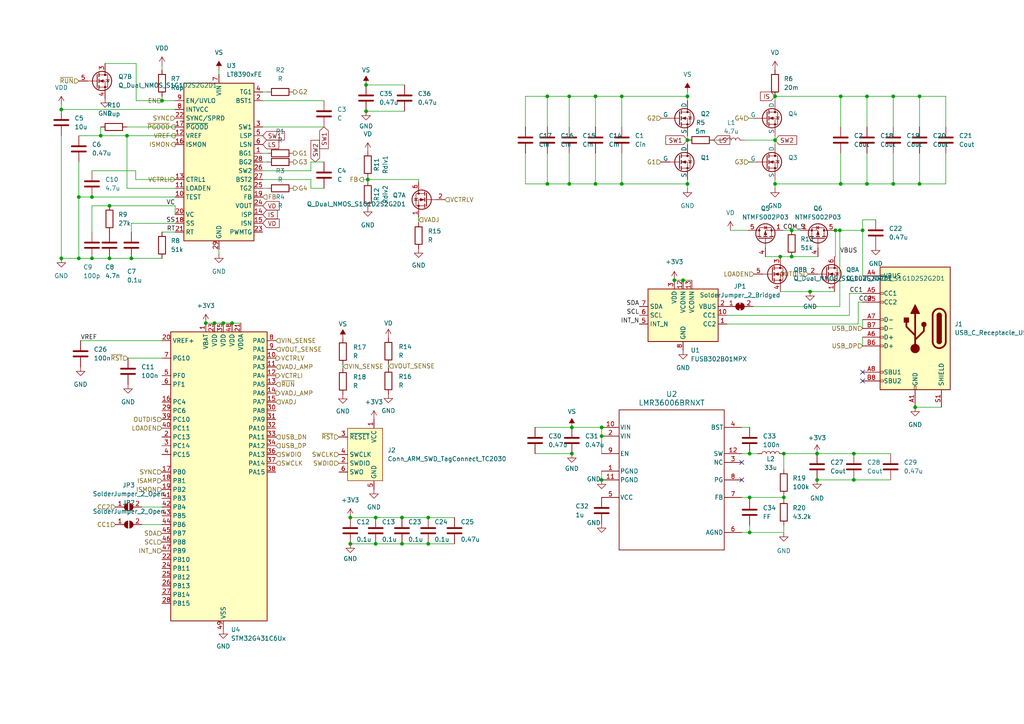
<source format=kicad_sch>
(kicad_sch (version 20230121) (generator eeschema)
  (paper "A4")
  (junction (at 124.206 150.114))
  (junction (at 158.75 53.34))
  (junction (at 165.862 131.572))
  (junction (at 36.83 39.37))
  (junction (at 243.586 66.802))
  (junction (at 227.33 131.572))
  (junction (at 31.75 59.69))
  (junction (at 31.75 74.93))
  (junction (at 251.46 27.94))
  (junction (at 251.46 53.34))
  (junction (at 242.316 66.802))
  (junction (at 17.78 74.93))
  (junction (at 227.33 144.272))
  (junction (at 59.69 93.726))
  (junction (at 116.586 157.734))
  (junction (at 243.84 27.94))
  (junction (at 158.75 27.94))
  (junction (at 250.19 66.802))
  (junction (at 247.65 139.192))
  (junction (at 26.67 57.15))
  (junction (at 124.206 157.734))
  (junction (at 108.966 157.734))
  (junction (at 259.08 27.94))
  (junction (at 224.79 53.34))
  (junction (at 266.7 27.94))
  (junction (at 265.43 118.11))
  (junction (at 165.862 123.952))
  (junction (at 217.424 154.432))
  (junction (at 229.616 74.422))
  (junction (at 224.79 40.64))
  (junction (at 106.68 52.07))
  (junction (at 198.12 81.28))
  (junction (at 26.67 74.93))
  (junction (at 236.982 131.572))
  (junction (at 174.498 139.192))
  (junction (at 195.58 81.28))
  (junction (at 172.72 27.94))
  (junction (at 64.77 93.726))
  (junction (at 38.1 74.93))
  (junction (at 29.21 39.37))
  (junction (at 101.6 150.114))
  (junction (at 229.616 66.802))
  (junction (at 199.39 53.34))
  (junction (at 165.1 27.94))
  (junction (at 46.99 29.21))
  (junction (at 226.314 74.422))
  (junction (at 174.498 123.952))
  (junction (at 236.982 139.192))
  (junction (at 259.08 53.34))
  (junction (at 180.34 27.94))
  (junction (at 247.65 131.572))
  (junction (at 67.31 93.726))
  (junction (at 180.34 53.34))
  (junction (at 106.172 24.638))
  (junction (at 199.39 40.64))
  (junction (at 17.78 31.75))
  (junction (at 62.23 93.726))
  (junction (at 199.39 27.94))
  (junction (at 243.84 53.34))
  (junction (at 106.172 32.258))
  (junction (at 224.79 27.94))
  (junction (at 165.1 53.34))
  (junction (at 266.7 53.34))
  (junction (at 172.72 53.34))
  (junction (at 234.95 84.582))
  (junction (at 108.966 150.114))
  (junction (at 101.6 157.734))
  (junction (at 22.86 74.93))
  (junction (at 217.424 131.572))
  (junction (at 217.424 144.272))
  (junction (at 174.498 126.492))
  (junction (at 116.586 150.114))
  (junction (at 22.86 57.15))
  (no_connect (at 250.19 110.49))
  (no_connect (at 250.19 107.95))
  (no_connect (at 215.138 139.192))
  (no_connect (at 215.138 134.112))
  (wire (pts (xy 215.138 131.572) (xy 217.424 131.572)))
  (wire (pts (xy 108.966 157.734) (xy 116.586 157.734)))
  (wire (pts (xy 38.1 67.31) (xy 38.1 64.77)))
  (wire (pts (xy 211.836 66.802) (xy 216.916 66.802)))
  (wire (pts (xy 198.12 81.28) (xy 200.66 81.28)))
  (wire (pts (xy 242.316 74.422) (xy 242.316 66.802)))
  (wire (pts (xy 199.39 52.07) (xy 199.39 53.34)))
  (wire (pts (xy 99.441 105.791) (xy 99.441 106.807)))
  (wire (pts (xy 251.46 44.45) (xy 251.46 53.34)))
  (wire (pts (xy 108.966 150.114) (xy 116.586 150.114)))
  (wire (pts (xy 50.8 54.61) (xy 36.83 54.61)))
  (wire (pts (xy 26.67 57.15) (xy 50.8 57.15)))
  (wire (pts (xy 50.8 59.69) (xy 50.8 62.23)))
  (wire (pts (xy 250.19 97.79) (xy 250.19 100.33)))
  (wire (pts (xy 158.75 53.34) (xy 165.1 53.34)))
  (wire (pts (xy 152.4 44.45) (xy 152.4 53.34)))
  (wire (pts (xy 199.39 26.67) (xy 199.39 27.94)))
  (wire (pts (xy 76.2 26.67) (xy 77.47 26.67)))
  (wire (pts (xy 36.83 54.61) (xy 36.83 39.37)))
  (wire (pts (xy 217.424 144.272) (xy 227.33 144.272)))
  (wire (pts (xy 67.31 93.726) (xy 69.85 93.726)))
  (wire (pts (xy 243.84 27.94) (xy 224.79 27.94)))
  (wire (pts (xy 180.34 36.83) (xy 180.34 27.94)))
  (wire (pts (xy 112.649 105.664) (xy 112.649 106.68)))
  (wire (pts (xy 227.33 143.764) (xy 227.33 144.272)))
  (wire (pts (xy 199.39 39.37) (xy 199.39 40.64)))
  (wire (pts (xy 165.1 53.34) (xy 172.72 53.34)))
  (wire (pts (xy 26.67 74.93) (xy 31.75 74.93)))
  (wire (pts (xy 251.46 27.94) (xy 243.84 27.94)))
  (wire (pts (xy 106.172 24.638) (xy 117.348 24.638)))
  (wire (pts (xy 124.206 157.734) (xy 131.826 157.734)))
  (wire (pts (xy 29.21 36.83) (xy 29.21 39.37)))
  (wire (pts (xy 76.2 29.21) (xy 93.98 29.21)))
  (wire (pts (xy 254 63.754) (xy 250.19 63.754)))
  (wire (pts (xy 174.498 136.652) (xy 174.498 139.192)))
  (wire (pts (xy 247.65 131.572) (xy 258.318 131.572)))
  (wire (pts (xy 174.498 126.492) (xy 174.498 131.572)))
  (wire (pts (xy 165.1 36.83) (xy 165.1 27.94)))
  (wire (pts (xy 199.39 53.34) (xy 199.39 54.61)))
  (wire (pts (xy 266.7 53.34) (xy 259.08 53.34)))
  (wire (pts (xy 265.43 118.11) (xy 273.05 118.11)))
  (wire (pts (xy 217.424 152.4) (xy 217.424 154.432)))
  (wire (pts (xy 215.138 144.272) (xy 217.424 144.272)))
  (wire (pts (xy 180.34 44.45) (xy 180.34 53.34)))
  (wire (pts (xy 39.497 18.415) (xy 39.497 29.21)))
  (wire (pts (xy 38.1 64.77) (xy 50.8 64.77)))
  (wire (pts (xy 248.92 87.63) (xy 250.19 87.63)))
  (wire (pts (xy 62.23 93.726) (xy 64.77 93.726)))
  (wire (pts (xy 199.39 40.64) (xy 199.39 41.91)))
  (wire (pts (xy 155.194 131.572) (xy 165.862 131.572)))
  (wire (pts (xy 165.1 44.45) (xy 165.1 53.34)))
  (wire (pts (xy 46.99 19.05) (xy 46.99 20.32)))
  (wire (pts (xy 76.2 54.61) (xy 77.47 54.61)))
  (wire (pts (xy 236.982 139.192) (xy 247.65 139.192)))
  (wire (pts (xy 243.84 44.45) (xy 243.84 53.34)))
  (wire (pts (xy 251.46 36.83) (xy 251.46 27.94)))
  (wire (pts (xy 250.19 92.71) (xy 250.19 95.25)))
  (wire (pts (xy 155.194 123.952) (xy 165.862 123.952)))
  (wire (pts (xy 30.48 18.415) (xy 39.497 18.415)))
  (wire (pts (xy 22.86 39.37) (xy 29.21 39.37)))
  (wire (pts (xy 266.7 44.45) (xy 266.7 53.34)))
  (wire (pts (xy 229.616 66.802) (xy 232.156 66.802)))
  (wire (pts (xy 17.78 31.75) (xy 50.8 31.75)))
  (wire (pts (xy 90.17 54.61) (xy 93.98 54.61)))
  (wire (pts (xy 259.08 53.34) (xy 251.46 53.34)))
  (wire (pts (xy 226.314 74.422) (xy 229.616 74.422)))
  (wire (pts (xy 217.17 46.99) (xy 218.44 46.99)))
  (wire (pts (xy 242.316 66.802) (xy 243.586 66.802)))
  (wire (pts (xy 39.497 29.21) (xy 46.99 29.21)))
  (wire (pts (xy 116.586 150.114) (xy 124.206 150.114)))
  (wire (pts (xy 224.79 39.37) (xy 224.79 40.64)))
  (wire (pts (xy 39.37 49.53) (xy 39.37 52.07)))
  (wire (pts (xy 124.206 150.114) (xy 131.826 150.114)))
  (wire (pts (xy 243.84 36.83) (xy 243.84 27.94)))
  (wire (pts (xy 259.08 36.83) (xy 259.08 27.94)))
  (wire (pts (xy 22.86 74.93) (xy 17.78 74.93)))
  (wire (pts (xy 59.69 93.726) (xy 62.23 93.726)))
  (wire (pts (xy 226.314 84.582) (xy 234.95 84.582)))
  (wire (pts (xy 180.34 27.94) (xy 199.39 27.94)))
  (wire (pts (xy 76.2 49.53) (xy 90.17 49.53)))
  (wire (pts (xy 259.08 44.45) (xy 259.08 53.34)))
  (wire (pts (xy 259.08 27.94) (xy 251.46 27.94)))
  (wire (pts (xy 39.37 52.07) (xy 50.8 52.07)))
  (wire (pts (xy 41.148 147.066) (xy 46.99 147.066)))
  (wire (pts (xy 195.58 81.28) (xy 198.12 81.28)))
  (wire (pts (xy 31.75 74.93) (xy 38.1 74.93)))
  (wire (pts (xy 215.138 154.432) (xy 217.424 154.432)))
  (wire (pts (xy 121.412 52.07) (xy 121.412 52.832)))
  (wire (pts (xy 210.82 93.98) (xy 248.92 93.98)))
  (wire (pts (xy 90.17 46.99) (xy 93.98 46.99)))
  (wire (pts (xy 172.72 27.94) (xy 180.34 27.94)))
  (wire (pts (xy 224.79 53.34) (xy 224.79 54.61)))
  (wire (pts (xy 243.586 66.802) (xy 250.19 66.802)))
  (wire (pts (xy 221.996 74.422) (xy 226.314 74.422)))
  (wire (pts (xy 46.99 27.94) (xy 46.99 29.21)))
  (wire (pts (xy 36.83 39.37) (xy 50.8 39.37)))
  (wire (pts (xy 199.39 27.94) (xy 199.39 29.21)))
  (wire (pts (xy 248.92 93.98) (xy 248.92 87.63)))
  (wire (pts (xy 207.01 40.64) (xy 208.28 40.64)))
  (wire (pts (xy 36.83 36.83) (xy 50.8 36.83)))
  (wire (pts (xy 38.1 74.93) (xy 46.99 74.93)))
  (wire (pts (xy 76.2 46.99) (xy 77.47 46.99)))
  (wire (pts (xy 217.424 154.432) (xy 227.33 154.432)))
  (wire (pts (xy 90.17 49.53) (xy 90.17 46.99)))
  (wire (pts (xy 63.5 72.39) (xy 63.5 73.66)))
  (wire (pts (xy 106.172 32.258) (xy 117.348 32.258)))
  (wire (pts (xy 46.99 67.31) (xy 50.8 67.31)))
  (wire (pts (xy 246.38 85.09) (xy 250.19 85.09)))
  (wire (pts (xy 106.68 51.562) (xy 106.68 52.07)))
  (wire (pts (xy 76.2 52.07) (xy 90.17 52.07)))
  (wire (pts (xy 26.67 59.69) (xy 31.75 59.69)))
  (wire (pts (xy 250.19 63.754) (xy 250.19 66.802)))
  (wire (pts (xy 227.33 131.572) (xy 236.982 131.572)))
  (wire (pts (xy 165.1 27.94) (xy 172.72 27.94)))
  (wire (pts (xy 152.4 53.34) (xy 158.75 53.34)))
  (wire (pts (xy 217.424 131.572) (xy 219.71 131.572)))
  (wire (pts (xy 243.586 66.802) (xy 243.586 88.9)))
  (wire (pts (xy 247.65 139.192) (xy 258.318 139.192)))
  (wire (pts (xy 217.424 144.272) (xy 217.424 144.78)))
  (wire (pts (xy 76.2 44.45) (xy 77.47 44.45)))
  (wire (pts (xy 246.38 91.44) (xy 246.38 85.09)))
  (wire (pts (xy 22.86 57.15) (xy 22.86 74.93)))
  (wire (pts (xy 218.44 88.9) (xy 243.586 88.9)))
  (wire (pts (xy 105.41 52.07) (xy 106.68 52.07)))
  (wire (pts (xy 22.86 74.93) (xy 26.67 74.93)))
  (wire (pts (xy 37.1348 103.886) (xy 46.99 103.886)))
  (wire (pts (xy 243.84 53.34) (xy 224.79 53.34)))
  (wire (pts (xy 227.33 144.272) (xy 227.33 144.78)))
  (wire (pts (xy 23.368 98.806) (xy 46.99 98.806)))
  (wire (pts (xy 174.498 123.952) (xy 174.498 126.492)))
  (wire (pts (xy 121.412 62.992) (xy 121.412 64.516)))
  (wire (pts (xy 227.076 66.802) (xy 229.616 66.802)))
  (wire (pts (xy 158.75 27.94) (xy 165.1 27.94)))
  (wire (pts (xy 274.32 27.94) (xy 266.7 27.94)))
  (wire (pts (xy 64.77 93.726) (xy 67.31 93.726)))
  (wire (pts (xy 224.79 40.64) (xy 224.79 41.91)))
  (wire (pts (xy 274.32 44.45) (xy 274.32 53.34)))
  (wire (pts (xy 236.982 131.572) (xy 247.65 131.572)))
  (wire (pts (xy 274.32 36.83) (xy 274.32 27.94)))
  (wire (pts (xy 26.67 49.53) (xy 39.37 49.53)))
  (wire (pts (xy 106.68 52.07) (xy 121.412 52.07)))
  (wire (pts (xy 227.33 131.572) (xy 227.33 136.144)))
  (wire (pts (xy 152.4 36.83) (xy 152.4 27.94)))
  (wire (pts (xy 224.79 52.07) (xy 224.79 53.34)))
  (wire (pts (xy 224.79 27.94) (xy 224.79 29.21)))
  (wire (pts (xy 152.4 27.94) (xy 158.75 27.94)))
  (wire (pts (xy 180.34 53.34) (xy 199.39 53.34)))
  (wire (pts (xy 26.67 67.31) (xy 26.67 59.69)))
  (wire (pts (xy 234.95 84.582) (xy 242.062 84.582)))
  (wire (pts (xy 227.33 152.4) (xy 227.33 154.178)))
  (wire (pts (xy 17.78 39.37) (xy 17.78 74.93)))
  (wire (pts (xy 29.21 39.37) (xy 36.83 39.37)))
  (wire (pts (xy 274.32 53.34) (xy 266.7 53.34)))
  (wire (pts (xy 22.86 46.99) (xy 22.86 57.15)))
  (wire (pts (xy 106.68 52.07) (xy 106.68 52.578)))
  (wire (pts (xy 210.82 91.44) (xy 246.38 91.44)))
  (wire (pts (xy 22.86 57.15) (xy 26.67 57.15)))
  (wire (pts (xy 90.17 52.07) (xy 90.17 54.61)))
  (wire (pts (xy 31.75 59.69) (xy 50.8 59.69)))
  (wire (pts (xy 172.72 53.34) (xy 180.34 53.34)))
  (wire (pts (xy 215.9 40.64) (xy 224.79 40.64)))
  (wire (pts (xy 158.75 36.83) (xy 158.75 27.94)))
  (wire (pts (xy 116.586 157.734) (xy 124.206 157.734)))
  (wire (pts (xy 266.7 36.83) (xy 266.7 27.94)))
  (wire (pts (xy 229.616 74.422) (xy 237.236 74.422)))
  (wire (pts (xy 63.5 20.32) (xy 63.5 21.59)))
  (wire (pts (xy 41.148 152.146) (xy 46.99 152.146)))
  (wire (pts (xy 172.72 44.45) (xy 172.72 53.34)))
  (wire (pts (xy 266.7 27.94) (xy 259.08 27.94)))
  (wire (pts (xy 251.46 53.34) (xy 243.84 53.34)))
  (wire (pts (xy 215.138 123.952) (xy 217.424 123.952)))
  (wire (pts (xy 17.78 30.48) (xy 17.78 31.75)))
  (wire (pts (xy 101.6 150.114) (xy 108.966 150.114)))
  (wire (pts (xy 46.99 29.21) (xy 50.8 29.21)))
  (wire (pts (xy 217.17 34.29) (xy 218.44 34.29)))
  (wire (pts (xy 101.6 157.734) (xy 108.966 157.734)))
  (wire (pts (xy 250.19 66.802) (xy 250.19 80.01)))
  (wire (pts (xy 172.72 36.83) (xy 172.72 27.94)))
  (wire (pts (xy 76.2 36.83) (xy 93.98 36.83)))
  (wire (pts (xy 165.862 123.952) (xy 174.498 123.952)))
  (wire (pts (xy 158.75 44.45) (xy 158.75 53.34)))
  (label "VC" (at 50.8 59.69 180))
  (label "SS" (at 50.8 64.77 180))
  (label "COM_S" (at 227.076 66.802 0))
  (label "CC2" (at 249.047 87.63 0))
  (label "SCL" (at 185.42 91.44 180))
  (label "VBUS" (at 243.586 73.66 0))
  (label "INT_N" (at 185.42 93.98 180))
  (label "RT" (at 50.8 67.31 180))
  (label "VREF" (at 23.368 98.806 0))
  (label "SDA" (at 185.42 88.9 180))
  (label "CC1" (at 246.38 85.09 0))
  (global_label "SW2" (shape input) (at 224.79 40.64 0) (property "Intersheetrefs" "${INTERSHEET_REFS}" (effects hide)))
  (global_label "SW1" (shape input) (at 199.39 40.64 180) (property "Intersheetrefs" "${INTERSHEET_REFS}" (effects hide)))
  (global_label "VD" (shape input) (at 76.2 59.69 0) (property "Intersheetrefs" "${INTERSHEET_REFS}" (effects hide)))
  (global_label "SW1" (shape input) (at 76.2 39.37 0) (property "Intersheetrefs" "${INTERSHEET_REFS}" (effects hide)))
  (global_label "IS" (shape input) (at 76.2 62.23 0) (property "Intersheetrefs" "${INTERSHEET_REFS}" (effects hide)))
  (global_label "SW2" (shape input) (at 91.44 46.99 90) (property "Intersheetrefs" "${INTERSHEET_REFS}" (effects hide)))
  (global_label "IS" (shape input) (at 224.79 27.94 180) (property "Intersheetrefs" "${INTERSHEET_REFS}" (effects hide)))
  (global_label "SW1" (shape input) (at 93.98 36.83 270) (property "Intersheetrefs" "${INTERSHEET_REFS}" (effects hide)))
  (global_label "LS" (shape input) (at 76.2 41.91 0) (property "Intersheetrefs" "${INTERSHEET_REFS}" (effects hide)))
  (global_label "LS" (shape input) (at 207.01 40.64 0) (property "Intersheetrefs" "${INTERSHEET_REFS}" (effects hide)))
  (global_label "VD" (shape input) (at 76.2 64.77 0) (property "Intersheetrefs" "${INTERSHEET_REFS}" (effects hide)))
  (hierarchical_label "USB_DN" (shape input) (at 250.19 95.25 180))
  (hierarchical_label "G4" (shape output) (at 85.09 54.61 0))
  (hierarchical_label "G2" (shape output) (at 85.09 26.67 0))
  (hierarchical_label "G4" (shape input) (at 217.17 34.29 180))
  (hierarchical_label "USB_DP" (shape input) (at 80.01 129.286 0))
  (hierarchical_label "EN" (shape input) (at 46.99 29.21 180) (property "Netclass" "Default" (effects hide)))
  (hierarchical_label "LOADEN" (shape input) (at 46.99 124.206 180))
  (hierarchical_label "VADJ" (shape input) (at 80.01 116.586 0))
  (hierarchical_label "SWCLK" (shape input) (at 98.298 131.826 180))
  (hierarchical_label "G2" (shape input) (at 191.77 34.29 180))
  (hierarchical_label "VIN_SENSE" (shape input) (at 99.568 106.299 0))
  (hierarchical_label "CC2" (shape input) (at 33.528 147.066 180))
  (hierarchical_label "VCTRLV" (shape input) (at 129.032 57.912 0))
  (hierarchical_label "ISAMP" (shape input) (at 46.99 139.446 180))
  (hierarchical_label "SWDIO" (shape input) (at 80.01 131.826 0))
  (hierarchical_label "~{RUN}" (shape input) (at 22.86 23.495 180))
  (hierarchical_label "~{RUN}" (shape input) (at 80.01 111.506 0))
  (hierarchical_label "VOUT_SENSE" (shape input) (at 80.01 101.346 0))
  (hierarchical_label "G3" (shape output) (at 85.09 46.99 0))
  (hierarchical_label "OUTDIS" (shape input) (at 234.442 79.502 180))
  (hierarchical_label "SCL" (shape input) (at 46.99 157.226 180))
  (hierarchical_label "~{RST}" (shape input) (at 37.1348 103.886 180))
  (hierarchical_label "ISMON" (shape input) (at 46.99 141.986 180))
  (hierarchical_label "VREF" (shape output) (at 50.8 39.37 180))
  (hierarchical_label "G1" (shape input) (at 191.77 46.99 180))
  (hierarchical_label "VCTRLI" (shape input) (at 50.8 52.07 180))
  (hierarchical_label "~{PGOOD}" (shape output) (at 50.8 36.83 180))
  (hierarchical_label "~{RST}" (shape input) (at 98.298 126.746 180))
  (hierarchical_label "CC1" (shape input) (at 33.528 152.146 180))
  (hierarchical_label "VOUT_SENSE" (shape input) (at 112.776 106.172 0))
  (hierarchical_label "USB_DP" (shape input) (at 250.19 100.33 180))
  (hierarchical_label "G3" (shape input) (at 217.17 46.99 180))
  (hierarchical_label "LOADEN" (shape input) (at 218.694 79.502 180))
  (hierarchical_label "VADJ" (shape input) (at 121.412 63.754 0))
  (hierarchical_label "FB" (shape input) (at 76.2 57.15 0))
  (hierarchical_label "VCTRLI" (shape output) (at 80.01 108.966 0))
  (hierarchical_label "G1" (shape output) (at 85.09 44.45 0))
  (hierarchical_label "SYNC" (shape input) (at 46.99 136.906 180))
  (hierarchical_label "VCTRLV" (shape output) (at 80.01 103.886 0))
  (hierarchical_label "SYNC" (shape input) (at 50.8 34.29 180))
  (hierarchical_label "VADJ_AMP" (shape input) (at 80.01 106.426 0))
  (hierarchical_label "FB" (shape output) (at 105.41 52.07 180))
  (hierarchical_label "SDA" (shape input) (at 46.99 154.686 180))
  (hierarchical_label "VADJ_AMP" (shape output) (at 80.01 114.046 0))
  (hierarchical_label "ISMON" (shape output) (at 50.8 41.91 180))
  (hierarchical_label "SWDIO" (shape input) (at 98.298 134.366 180))
  (hierarchical_label "USB_DN" (shape input) (at 80.01 126.746 0))
  (hierarchical_label "OUTDIS" (shape input) (at 46.99 121.666 180))
  (hierarchical_label "SWCLK" (shape input) (at 80.01 134.366 0))
  (hierarchical_label "INT_N" (shape input) (at 46.99 159.766 180))
  (hierarchical_label "VIN_SENSE" (shape input) (at 80.01 98.806 0))
  (symbol (lib_id "power:GND") (at 106.172 32.258 0) (unit 1)
    (property "Reference" "#PWR039" (effects hide))
    (property "Value" "GND" (at 106.172 36.576 0))
  )
  (symbol (lib_id "Device:C") (at 124.206 153.924 0) (unit 1)
    (property "Reference" "C24" (at 125.984 151.384 0) (effects (justify left)))
    (property "Value" "0.1u" (at 125.984 156.464 0) (effects (justify left)))
    (property "Footprint" "Capacitor_SMD:C_0603_1608Metric" (effects hide))
  )
  (symbol (lib_id "Device:C") (at 165.862 127.762 180) (unit 1)
    (property "Reference" "C31" (at 169.672 126.492 0) (effects (justify right)))
    (property "Value" "0.47u" (at 169.672 129.032 0) (effects (justify right)))
    (property "Footprint" "Capacitor_SMD:C_0805_2012Metric" (effects hide))
  )
  (symbol (lib_id "2024-04-12_02-42-06:LMR36006BRNXT") (at 194.818 139.192 0) (unit 1)
    (property "Reference" "U2" (at 194.818 114.3 0) (effects (font (size 1.524 1.524))))
    (property "Value" "LMR36006BRNXT" (at 194.818 116.84 0) (effects (font (size 1.524 1.524))))
    (property "Footprint" "Library:RNX0012B" (effects hide))
    (property "Datasheet" "LMR36006BRNXT" (effects hide))
  )
  (symbol (lib_id "power:+3V3") (at 101.6 150.114 0) (unit 1)
    (property "Reference" "#PWR028" (effects hide))
    (property "Value" "+3V3" (at 101.6 145.034 0))
  )
  (symbol (lib_id "Device:C") (at 247.65 135.382 0) (unit 1)
    (property "Reference" "C28" (at 251.46 134.112 0) (effects (justify left)))
    (property "Value" "Cout" (at 251.46 136.652 0) (effects (justify left)))
    (property "Footprint" "Capacitor_SMD:C_1206_3216Metric" (effects hide))
  )
  (symbol (lib_id "Device:C") (at 31.75 71.12 0) (unit 1)
    (property "Reference" "C8" (at 30.48 77.47 0) (effects (justify left)))
    (property "Value" "4.7n" (at 30.48 80.01 0) (effects (justify left)))
    (property "Footprint" "Capacitor_SMD:C_0603_1608Metric" (effects hide))
  )
  (symbol (lib_id "power:VD") (at 224.79 20.32 0) (unit 1)
    (property "Reference" "#PWR04" (effects hide))
    (property "Value" "VD" (at 224.79 15.24 0))
  )
  (symbol (lib_id "Device:R") (at 81.28 54.61 90) (unit 1)
    (property "Reference" "R4" (at 81.28 57.15 90))
    (property "Value" "R" (at 81.28 59.69 90))
    (property "Footprint" "Resistor_SMD:R_0603_1608Metric" (effects hide))
  )
  (symbol (lib_id "Device:L") (at 212.09 40.64 90) (unit 1)
    (property "Reference" "L1" (at 212.09 35.56 90))
    (property "Value" "4.7u" (at 212.09 38.1 90))
    (property "Footprint" "Inductor_SMD:L_Vishay_IHLP-6767" (effects hide))
    (property "Datasheet" "https://www.vishay.com/docs/34282/ihlp-6767gz-11.pdf" (effects hide))
  )
  (symbol (lib_id "Device:C") (at 254 67.564 180) (unit 1)
    (property "Reference" "C22" (at 257.81 66.294 0) (effects (justify right)))
    (property "Value" "0.47u" (at 257.81 68.834 0) (effects (justify right)))
    (property "Footprint" "Capacitor_SMD:C_0805_2012Metric" (effects hide))
  )
  (symbol (lib_id "Device:C") (at 116.586 153.924 0) (unit 1)
    (property "Reference" "C23" (at 118.364 151.384 0) (effects (justify left)))
    (property "Value" "0.1u" (at 118.364 156.464 0) (effects (justify left)))
    (property "Footprint" "Capacitor_SMD:C_0603_1608Metric" (effects hide))
  )
  (symbol (lib_id "power:GND") (at 106.68 60.198 0) (unit 1)
    (property "Reference" "#PWR010" (effects hide))
    (property "Value" "GND" (at 106.68 65.278 0))
  )
  (symbol (lib_id "power:VD") (at 106.68 43.942 0) (unit 1)
    (property "Reference" "#PWR011" (effects hide))
    (property "Value" "VD" (at 106.68 38.862 0))
  )
  (symbol (lib_id "Device:C") (at 26.67 71.12 0) (unit 1)
    (property "Reference" "C9" (at 24.13 77.47 0) (effects (justify left)))
    (property "Value" "100p" (at 24.13 80.01 0) (effects (justify left)))
    (property "Footprint" "Capacitor_SMD:C_0603_1608Metric" (effects hide))
  )
  (symbol (lib_id "power:GND") (at 174.498 151.892 0) (unit 1)
    (property "Reference" "#PWR037" (effects hide))
    (property "Value" "GND" (at 172.212 151.638 0))
  )
  (symbol (lib_id "Device:C") (at 131.826 153.924 0) (unit 1)
    (property "Reference" "C25" (at 133.604 151.384 0) (effects (justify left)))
    (property "Value" "0.47u" (at 133.604 156.464 0) (effects (justify left)))
    (property "Footprint" "Capacitor_SMD:C_0603_1608Metric" (effects hide))
  )
  (symbol (lib_id "Device:C") (at 180.34 40.64 0) (unit 1)
    (property "Reference" "C1" (at 184.15 39.37 0) (effects (justify left)))
    (property "Value" "Cin" (at 184.15 41.91 0) (effects (justify left)))
    (property "Footprint" "Capacitor_SMD:CP_Elec_10x7.9" (effects hide))
  )
  (symbol (lib_id "Device:C") (at 106.172 28.448 180) (unit 1)
    (property "Reference" "C35" (at 109.982 27.178 0) (effects (justify right)))
    (property "Value" "0.47u" (at 109.982 29.718 0) (effects (justify right)))
    (property "Footprint" "Capacitor_SMD:C_0805_2012Metric" (effects hide))
  )
  (symbol (lib_id "power:+3V3") (at 236.982 131.572 0) (unit 1)
    (property "Reference" "#PWR036" (effects hide))
    (property "Value" "+3V3" (at 236.982 127 0))
  )
  (symbol (lib_id "power:VD") (at 112.649 98.044 0) (unit 1)
    (property "Reference" "#PWR020" (effects hide))
    (property "Value" "VD" (at 112.649 93.726 0))
  )
  (symbol (lib_id "power:GND") (at 23.368 106.426 0) (unit 1)
    (property "Reference" "#PWR030" (effects hide))
    (property "Value" "GND" (at 23.368 111.506 0))
  )
  (symbol (lib_id "power:GND") (at 174.498 139.192 0) (unit 1)
    (property "Reference" "#PWR033" (effects hide))
    (property "Value" "GND" (at 172.212 138.938 0))
  )
  (symbol (lib_id "Transistor_FET:AON6411") (at 221.996 69.342 90) (unit 1)
    (property "Reference" "Q5" (at 221.996 60.452 90))
    (property "Value" "NTMFS002P03" (at 221.996 62.992 90))
    (property "Footprint" "Package_DFN_QFN:AO_DFN-8-1EP_5.55x5.2mm_P1.27mm_EP4.12x4.6mm" (effects hide))
    (property "Datasheet" "http://www.aosmd.com/res/data_sheets/AON6411.pdf" (effects hide))
    (property "Sim.Device" "PMOS" (effects hide))
    (property "Sim.Type" "VDMOS" (effects hide))
    (property "Sim.Pins" "1=D 2=G 3=S" (effects hide))
  )
  (symbol (lib_id "Device:C") (at 236.982 135.382 0) (unit 1)
    (property "Reference" "C27" (at 240.792 134.112 0) (effects (justify left)))
    (property "Value" "Cout" (at 240.792 136.652 0) (effects (justify left)))
    (property "Footprint" "Capacitor_SMD:C_1206_3216Metric" (effects hide))
  )
  (symbol (lib_id "power:GND") (at 227.33 154.432 0) (unit 1)
    (property "Reference" "#PWR031" (effects hide))
    (property "Value" "GND" (at 227.33 159.766 0))
  )
  (symbol (lib_id "Simulation_SPICE:NMOS") (at 196.85 34.29 0) (unit 1)
    (property "Reference" "Q2" (at 203.2 33.02 0) (effects (justify left)))
    (property "Value" "NMOS" (effects hide))
    (property "Footprint" "Library:ECP2302" (effects hide))
    (property "Datasheet" "https://ngspice.sourceforge.io/docs/ngspice-manual.pdf" (effects hide))
    (property "Sim.Device" "NMOS" (effects hide))
    (property "Sim.Type" "VDMOS" (effects hide))
    (property "Sim.Pins" "1=D 2=G 3=S" (effects hide))
  )
  (symbol (lib_id "Device:R") (at 99.441 101.981 0) (unit 1)
    (property "Reference" "R17" (at 102.362 100.711 0) (effects (justify left)))
    (property "Value" "R" (at 102.362 103.251 0) (effects (justify left)))
    (property "Footprint" "Resistor_SMD:R_0603_1608Metric" (effects hide))
  )
  (symbol (lib_id "Device:C") (at 274.32 40.64 0) (unit 1)
    (property "Reference" "C21" (at 278.13 39.37 0) (effects (justify left)))
    (property "Value" "Cout" (at 278.13 41.91 0) (effects (justify left)))
    (property "Footprint" "Capacitor_SMD:C_1206_3216Metric" (effects hide))
  )
  (symbol (lib_id "Device:C") (at 22.86 43.18 0) (unit 1)
    (property "Reference" "C6" (at 26.67 41.91 0) (effects (justify left)))
    (property "Value" "0.47u" (at 26.67 44.45 0) (effects (justify left)))
    (property "Footprint" "Capacitor_SMD:C_0603_1608Metric" (effects hide))
  )
  (symbol (lib_id "Device:R") (at 99.441 110.617 0) (unit 1)
    (property "Reference" "R18" (at 102.362 109.347 0) (effects (justify left)))
    (property "Value" "R" (at 102.362 111.887 0) (effects (justify left)))
    (property "Footprint" "Resistor_SMD:R_0603_1608Metric" (effects hide))
  )
  (symbol (lib_id "power:GND") (at 121.412 72.136 0) (unit 1)
    (property "Reference" "#PWR018" (effects hide))
    (property "Value" "GND" (at 121.412 76.962 0))
  )
  (symbol (lib_id "power:GND") (at 63.5 73.66 0) (unit 1)
    (property "Reference" "#PWR05" (effects hide))
    (property "Value" "GND" (at 63.5 78.74 0))
  )
  (symbol (lib_id "power:VS") (at 99.441 98.171 0) (unit 1)
    (property "Reference" "#PWR022" (effects hide))
    (property "Value" "VS" (at 99.441 93.98 0))
  )
  (symbol (lib_id "Device:R") (at 229.616 70.612 0) (unit 1)
    (property "Reference" "R13" (at 232.156 69.342 0) (effects (justify left)))
    (property "Value" "51k" (at 232.156 71.882 0) (effects (justify left)))
    (property "Footprint" "Resistor_SMD:R_0603_1608Metric" (effects hide))
  )
  (symbol (lib_id "power:VDD") (at 46.99 19.05 0) (unit 1)
    (property "Reference" "#PWR07" (effects hide))
    (property "Value" "VDD" (at 46.99 13.97 0))
  )
  (symbol (lib_id "Device:R") (at 106.68 47.752 180) (unit 1)
    (property "Reference" "R11" (at 109.22 47.752 90))
    (property "Value" "Rdiv1" (at 111.76 47.752 90))
    (property "Footprint" "Resistor_SMD:R_0603_1608Metric" (effects hide))
  )
  (symbol (lib_id "Driver_LED:LT8391xFE") (at 63.5 46.99 0) (unit 1)
    (property "Reference" "U3" (at 65.6941 19.05 0) (effects (justify left)))
    (property "Value" "LT8390xFE" (at 65.6941 21.59 0) (effects (justify left)))
    (property "Footprint" "Package_SO:TSSOP-28-1EP_4.4x9.7mm_P0.65mm" (effects hide))
    (property "Datasheet" "https://www.analog.com/media/en/technical-documentation/data-sheets/lt8390.pdf" (effects hide))
  )
  (symbol (lib_id "power:+3V3") (at 195.58 81.28 0) (unit 1)
    (property "Reference" "#PWR040" (effects hide))
    (property "Value" "+3V3" (at 195.58 75.946 0))
  )
  (symbol (lib_id "power:GND") (at 254 71.374 0) (unit 1)
    (property "Reference" "#PWR016" (effects hide))
    (property "Value" "GND" (at 254 76.454 0))
  )
  (symbol (lib_id "Device:C") (at 108.966 153.924 0) (unit 1)
    (property "Reference" "C13" (at 110.744 151.384 0) (effects (justify left)))
    (property "Value" "0.1u" (at 110.744 156.464 0) (effects (justify left)))
    (property "Footprint" "Capacitor_SMD:C_0603_1608Metric" (effects hide))
  )
  (symbol (lib_id "Device:R") (at 203.2 40.64 90) (unit 1)
    (property "Reference" "R5" (at 203.2 35.56 90))
    (property "Value" "5m" (at 203.2 38.1 90))
    (property "Footprint" "Resistor_SMD:R_1206_3216Metric" (effects hide))
    (property "Datasheet" "https://www.ohmite.com/assets/docs/res_lvt.pdf?r=false" (effects hide))
  )
  (symbol (lib_id "Device:C") (at 172.72 40.64 0) (unit 1)
    (property "Reference" "C14" (at 176.53 39.37 0) (effects (justify left)))
    (property "Value" "Cin" (at 176.53 41.91 0) (effects (justify left)))
    (property "Footprint" "Capacitor_SMD:C_1206_3216Metric" (effects hide))
  )
  (symbol (lib_id "MCU_ST_STM32G4:STM32G431C6Ux") (at 62.23 139.446 0) (unit 1)
    (property "Reference" "U4" (at 66.9641 182.626 0) (effects (justify left)))
    (property "Value" "STM32G431C6Ux" (at 66.9641 185.166 0) (effects (justify left)))
    (property "Footprint" "Package_DFN_QFN:QFN-48-1EP_7x7mm_P0.5mm_EP5.6x5.6mm" (effects hide))
    (property "Datasheet" "https://www.st.com/resource/en/datasheet/stm32g431c6.pdf" (effects hide))
  )
  (symbol (lib_id "Device:C") (at 251.46 40.64 0) (unit 1)
    (property "Reference" "C18" (at 255.27 39.37 0) (effects (justify left)))
    (property "Value" "Cout" (at 255.27 41.91 0) (effects (justify left)))
    (property "Footprint" "Capacitor_SMD:C_1206_3216Metric" (effects hide))
  )
  (symbol (lib_id "Device:C") (at 23.368 102.616 0) (unit 1)
    (property "Reference" "C26" (at 27.178 101.346 0) (effects (justify left)))
    (property "Value" "100n" (at 27.178 103.886 0) (effects (justify left)))
    (property "Footprint" "Capacitor_SMD:C_0603_1608Metric" (effects hide))
  )
  (symbol (lib_id "Device:C") (at 38.1 71.12 0) (unit 1)
    (property "Reference" "C7" (at 36.83 78.74 0) (effects (justify left)))
    (property "Value" "0.1u" (at 36.83 81.28 0) (effects (justify left)))
    (property "Footprint" "Capacitor_SMD:C_0603_1608Metric" (effects hide))
  )
  (symbol (lib_id "Device:C") (at 117.348 28.448 180) (unit 1)
    (property "Reference" "C36" (at 121.158 27.178 0) (effects (justify right)))
    (property "Value" "0.47u" (at 121.158 29.718 0) (effects (justify right)))
    (property "Footprint" "Capacitor_SMD:C_0805_2012Metric" (effects hide))
  )
  (symbol (lib_id "Device:C") (at 243.84 40.64 0) (unit 1)
    (property "Reference" "C2" (at 247.65 39.37 0) (effects (justify left)))
    (property "Value" "Cout" (at 247.65 41.91 0) (effects (justify left)))
    (property "Footprint" "Capacitor_SMD:CP_Elec_10x7.9" (effects hide))
  )
  (symbol (lib_id "power:GND") (at 101.6 157.734 0) (unit 1)
    (property "Reference" "#PWR029" (effects hide))
    (property "Value" "GND" (at 101.6 162.052 0))
  )
  (symbol (lib_id "Device:R") (at 81.28 26.67 90) (unit 1)
    (property "Reference" "R2" (at 81.28 20.32 90))
    (property "Value" "R" (at 81.28 22.86 90))
    (property "Footprint" "Resistor_SMD:R_0603_1608Metric" (effects hide))
  )
  (symbol (lib_id "Simulation_SPICE:NMOS") (at 222.25 46.99 0) (unit 1)
    (property "Reference" "Q3" (at 228.6 45.72 0) (effects (justify left)))
    (property "Value" "NMOS" (effects hide))
    (property "Footprint" "Library:ECP2302" (effects hide))
    (property "Datasheet" "https://ngspice.sourceforge.io/docs/ngspice-manual.pdf" (effects hide))
    (property "Sim.Device" "NMOS" (effects hide))
    (property "Sim.Type" "VDMOS" (effects hide))
    (property "Sim.Pins" "1=D 2=G 3=S" (effects hide))
  )
  (symbol (lib_id "Device:C") (at 155.194 127.762 180) (unit 1)
    (property "Reference" "C30" (at 159.004 126.492 0) (effects (justify right)))
    (property "Value" "0.47u" (at 159.004 129.032 0) (effects (justify right)))
    (property "Footprint" "Capacitor_SMD:C_0805_2012Metric" (effects hide))
  )
  (symbol (lib_id "Jumper:SolderJumper_2_Bridged") (at 214.63 88.9 0) (unit 1)
    (property "Reference" "JP1" (at 214.63 83.058 0))
    (property "Value" "SolderJumper_2_Bridged" (at 214.63 85.598 0))
    (property "Footprint" "Jumper:SolderJumper-2_P1.3mm_Bridged2Bar_RoundedPad1.0x1.5mm" (effects hide))
  )
  (symbol (lib_id "power:GND") (at 112.649 114.3 0) (unit 1)
    (property "Reference" "#PWR021" (effects hide))
    (property "Value" "GND" (at 112.649 119.126 0))
  )
  (symbol (lib_id "Device:C") (at 158.75 40.64 0) (unit 1)
    (property "Reference" "C16" (at 162.56 39.37 0) (effects (justify left)))
    (property "Value" "Cin" (at 162.56 41.91 0) (effects (justify left)))
    (property "Footprint" "Capacitor_SMD:C_1206_3216Metric" (effects hide))
  )
  (symbol (lib_id "Transistor_FET:AON6411") (at 237.236 69.342 270) (mirror x) (unit 1)
    (property "Reference" "Q6" (at 237.236 60.452 90))
    (property "Value" "NTMFS002P03" (at 237.236 62.992 90))
    (property "Footprint" "Package_DFN_QFN:AO_DFN-8-1EP_5.55x5.2mm_P1.27mm_EP4.12x4.6mm" (effects hide))
    (property "Datasheet" "http://www.aosmd.com/res/data_sheets/AON6411.pdf" (effects hide))
    (property "Sim.Device" "PMOS" (effects hide))
    (property "Sim.Type" "VDMOS" (effects hide))
    (property "Sim.Pins" "1=D 2=G 3=S" (effects hide))
  )
  (symbol (lib_id "power:GND") (at 199.39 54.61 0) (unit 1)
    (property "Reference" "#PWR01" (effects hide))
    (property "Value" "GND" (at 199.39 59.69 0))
  )
  (symbol (lib_id "Device:C") (at 93.98 50.8 0) (unit 1)
    (property "Reference" "C4" (at 97.79 49.53 0) (effects (justify left)))
    (property "Value" "C" (at 97.79 52.07 0) (effects (justify left)))
    (property "Footprint" "Capacitor_SMD:C_0805_2012Metric" (effects hide))
  )
  (symbol (lib_id "Connector:Conn_ARM_SWD_TagConnect_TC2030") (at 105.918 131.826 0) (mirror y) (unit 1) (in_bom no)
    (property "Reference" "J2" (at 112.395 130.556 0) (effects (justify right)))
    (property "Value" "Conn_ARM_SWD_TagConnect_TC2030" (at 112.395 133.096 0) (effects (justify right)))
    (property "Footprint" "Connector:Tag-Connect_TC2030-IDC-FP_2x03_P1.27mm_Vertical" (effects hide))
    (property "Datasheet" "https://www.tag-connect.com/wp-content/uploads/bsk-pdf-manager/TC2030-CTX_1.pdf" (effects hide))
  )
  (symbol (lib_id "Device:R") (at 227.33 139.954 0) (unit 1)
    (property "Reference" "R19" (at 229.87 138.684 0) (effects (justify left)))
    (property "Value" "100k" (at 229.87 141.224 0) (effects (justify left)))
    (property "Footprint" "Resistor_SMD:R_0603_1608Metric" (effects hide))
  )
  (symbol (lib_id "power:GND") (at 198.12 101.6 0) (unit 1)
    (property "Reference" "#PWR014" (effects hide))
    (property "Value" "GND" (at 198.12 106.68 0))
  )
  (symbol (lib_id "Simulation_SPICE:NMOS") (at 222.25 34.29 0) (unit 1)
    (property "Reference" "Q4" (at 228.6 33.02 0) (effects (justify left)))
    (property "Value" "NMOS" (effects hide))
    (property "Footprint" "Library:ECP2302" (effects hide))
    (property "Datasheet" "https://ngspice.sourceforge.io/docs/ngspice-manual.pdf" (effects hide))
    (property "Sim.Device" "NMOS" (effects hide))
    (property "Sim.Type" "VDMOS" (effects hide))
    (property "Sim.Pins" "1=D 2=G 3=S" (effects hide))
  )
  (symbol (lib_id "Device:C") (at 258.318 135.382 180) (unit 1)
    (property "Reference" "C29" (at 262.128 134.112 0) (effects (justify right)))
    (property "Value" "0.47u" (at 262.128 136.652 0) (effects (justify right)))
    (property "Footprint" "Capacitor_SMD:C_0805_2012Metric" (effects hide))
  )
  (symbol (lib_id "Device:C") (at 26.67 53.34 0) (unit 1)
    (property "Reference" "C10" (at 30.48 52.07 0) (effects (justify left)))
    (property "Value" "4.7u" (at 30.48 54.61 0) (effects (justify left)))
    (property "Footprint" "Capacitor_SMD:C_0603_1608Metric" (effects hide))
  )
  (symbol (lib_id "power:VS") (at 63.5 20.32 0) (unit 1)
    (property "Reference" "#PWR06" (effects hide))
    (property "Value" "VS" (at 63.5 15.24 0))
  )
  (symbol (lib_id "power:GND") (at 165.862 131.572 0) (unit 1)
    (property "Reference" "#PWR034" (effects hide))
    (property "Value" "GND" (at 165.862 135.89 0))
  )
  (symbol (lib_id "power:GND") (at 236.982 139.192 0) (unit 1)
    (property "Reference" "#PWR032" (effects hide))
    (property "Value" "GND" (at 236.982 144.526 0))
  )
  (symbol (lib_id "power:GND") (at 224.79 54.61 0) (unit 1)
    (property "Reference" "#PWR02" (effects hide))
    (property "Value" "GND" (at 224.79 59.69 0))
  )
  (symbol (lib_id "Simulation_SPICE:NMOS") (at 196.85 46.99 0) (unit 1)
    (property "Reference" "Q1" (at 203.2 45.72 0) (effects (justify left)))
    (property "Value" "NMOS" (effects hide))
    (property "Footprint" "Library:ECP2302" (effects hide))
    (property "Datasheet" "https://ngspice.sourceforge.io/docs/ngspice-manual.pdf" (effects hide))
    (property "Sim.Device" "NMOS" (effects hide))
    (property "Sim.Type" "VDMOS" (effects hide))
    (property "Sim.Pins" "1=D 2=G 3=S" (effects hide))
  )
  (symbol (lib_id "Device:C") (at 37.1348 107.696 0) (unit 1)
    (property "Reference" "C11" (at 40.9448 106.426 0) (effects (justify left)))
    (property "Value" "100n" (at 40.9448 108.966 0) (effects (justify left)))
    (property "Footprint" "Capacitor_SMD:C_0603_1608Metric" (effects hide))
  )
  (symbol (lib_id "Interface_USB:FUSB302B01MPX") (at 198.12 91.44 0) (unit 1)
    (property "Reference" "U1" (at 200.3141 101.6 0) (effects (justify left)))
    (property "Value" "FUSB302B01MPX" (at 200.3141 104.14 0) (effects (justify left)))
    (property "Footprint" "Package_DFN_QFN:WQFN-14-1EP_2.5x2.5mm_P0.5mm_EP1.45x1.45mm" (effects hide))
    (property "Datasheet" "http://www.onsemi.com/pub/Collateral/FUSB302B-D.PDF" (effects hide))
  )
  (symbol (lib_id "Jumper:SolderJumper_2_Open") (at 37.338 152.146 0) (unit 1)
    (property "Reference" "JP2" (at 37.338 145.796 0))
    (property "Value" "SolderJumper_2_Open" (at 37.338 148.336 0))
    (property "Footprint" "Jumper:SolderJumper-2_P1.3mm_Open_RoundedPad1.0x1.5mm" (effects hide))
  )
  (symbol (lib_id "Device:C") (at 217.424 127.762 0) (unit 1)
    (property "Reference" "C33" (at 221.234 126.492 0) (effects (justify left)))
    (property "Value" "100n" (at 221.234 129.032 0) (effects (justify left)))
    (property "Footprint" "Capacitor_SMD:C_0603_1608Metric" (effects hide))
  )
  (symbol (lib_id "Device:C") (at 174.498 148.082 0) (unit 1)
    (property "Reference" "C32" (at 166.878 146.812 0) (effects (justify left)))
    (property "Value" "1u" (at 166.878 149.352 0) (effects (justify left)))
    (property "Footprint" "Capacitor_SMD:C_0603_1608Metric" (effects hide))
  )
  (symbol (lib_id "power:GND") (at 64.77 182.626 0) (unit 1)
    (property "Reference" "#PWR015" (effects hide))
    (property "Value" "GND" (at 64.77 187.452 0))
  )
  (symbol (lib_id "power:GND") (at 108.458 141.986 0) (unit 1)
    (property "Reference" "#PWR025" (effects hide))
    (property "Value" "GND" (at 108.458 147.066 0))
  )
  (symbol (lib_id "Device:R") (at 106.68 56.388 180) (unit 1)
    (property "Reference" "R12" (at 109.22 56.388 90))
    (property "Value" "Rdiv2" (at 111.76 56.388 90))
    (property "Footprint" "Resistor_SMD:R_0603_1608Metric" (effects hide))
  )
  (symbol (lib_id "Device:R") (at 46.99 24.13 0) (unit 1)
    (property "Reference" "R7" (at 49.53 22.86 0) (effects (justify left)))
    (property "Value" "Rup" (at 49.53 25.4 0) (effects (justify left)))
    (property "Footprint" "Resistor_SMD:R_0603_1608Metric" (effects hide))
  )
  (symbol (lib_id "power:GND") (at 37.1348 111.506 0) (unit 1)
    (property "Reference" "#PWR024" (effects hide))
    (property "Value" "GND" (at 37.1348 116.586 0))
  )
  (symbol (lib_id "Device:C") (at 101.6 153.924 0) (unit 1)
    (property "Reference" "C12" (at 103.378 151.384 0) (effects (justify left)))
    (property "Value" "0.1u" (at 103.378 156.464 0) (effects (justify left)))
    (property "Footprint" "Capacitor_SMD:C_0603_1608Metric" (effects hide))
  )
  (symbol (lib_id "Device:C") (at 266.7 40.64 0) (unit 1)
    (property "Reference" "C20" (at 270.51 39.37 0) (effects (justify left)))
    (property "Value" "Cout" (at 270.51 41.91 0) (effects (justify left)))
    (property "Footprint" "Capacitor_SMD:C_1206_3216Metric" (effects hide))
  )
  (symbol (lib_id "Device:L") (at 223.52 131.572 90) (unit 1)
    (property "Reference" "L2" (at 223.52 133.096 90))
    (property "Value" "33u" (at 223.52 135.636 90))
    (property "Footprint" "Inductor_SMD:L_Wuerth_MAPI-3015" (effects hide))
    (property "Datasheet" "https://www.we-online.com/components/products/datasheet/74438335330.pdf" (effects hide))
  )
  (symbol (lib_id "power:+3V3") (at 108.458 121.666 0) (unit 1)
    (property "Reference" "#PWR027" (effects hide))
    (property "Value" "+3V3" (at 108.458 116.586 0))
  )
  (symbol (lib_id "Device:C") (at 217.424 148.59 0) (unit 1)
    (property "Reference" "C34" (at 221.234 147.32 0) (effects (justify left)))
    (property "Value" "FF" (at 221.234 149.86 0) (effects (justify left)))
    (property "Footprint" "Capacitor_SMD:C_0603_1608Metric" (effects hide))
  )
  (symbol (lib_id "power:GND") (at 99.441 114.427 0) (unit 1)
    (property "Reference" "#PWR023" (effects hide))
    (property "Value" "GND" (at 99.441 119.253 0))
  )
  (symbol (lib_id "Device:R") (at 81.28 44.45 90) (unit 1)
    (property "Reference" "R1" (at 81.28 38.1 90))
    (property "Value" "R" (at 81.28 40.64 90))
    (property "Footprint" "Resistor_SMD:R_0603_1608Metric" (effects hide))
  )
  (symbol (lib_id "Device:R") (at 112.649 101.854 0) (unit 1)
    (property "Reference" "R14" (at 115.57 100.584 0) (effects (justify left)))
    (property "Value" "R" (at 115.57 103.124 0) (effects (justify left)))
    (property "Footprint" "Resistor_SMD:R_0603_1608Metric" (effects hide))
  )
  (symbol (lib_id "Device:C") (at 152.4 40.64 0) (unit 1)
    (property "Reference" "C17" (at 156.21 39.37 0) (effects (justify left)))
    (property "Value" "Cin" (at 156.21 41.91 0) (effects (justify left)))
    (property "Footprint" "Capacitor_SMD:C_1206_3216Metric" (effects hide))
  )
  (symbol (lib_id "Connector:USB_C_Receptacle_USB2.0") (at 265.43 95.25 0) (mirror y) (unit 1)
    (property "Reference" "J1" (at 276.86 93.98 0) (effects (justify right)))
    (property "Value" "USB_C_Receptacle_USB2.0" (at 276.86 96.52 0) (effects (justify right)))
    (property "Footprint" "Connector_USB:USB_C_Receptacle_GCT_USB4105-xx-A_16P_TopMnt_Horizontal" (effects hide))
    (property "Datasheet" "https://www.usb.org/sites/default/files/documents/usb_type-c.zip" (effects hide))
  )
  (symbol (lib_id "Device:C") (at 17.78 35.56 0) (unit 1)
    (property "Reference" "C5" (at 21.59 34.29 0) (effects (justify left)))
    (property "Value" "10u" (at 21.59 36.83 0) (effects (justify left)))
    (property "Footprint" "Capacitor_SMD:C_1206_3216Metric" (effects hide))
  )
  (symbol (lib_id "power:VS") (at 165.862 123.952 0) (unit 1)
    (property "Reference" "#PWR035" (effects hide))
    (property "Value" "VS" (at 165.862 119.38 0))
  )
  (symbol (lib_id "power:GND") (at 30.48 28.575 0) (unit 1)
    (property "Reference" "#PWR017" (effects hide))
    (property "Value" "GND" (at 30.48 32.893 0))
  )
  (symbol (lib_id "power:VS") (at 106.172 24.638 0) (unit 1)
    (property "Reference" "#PWR038" (effects hide))
    (property "Value" "VS" (at 106.172 20.32 0))
  )
  (symbol (lib_id "Device:R") (at 224.79 24.13 0) (unit 1)
    (property "Reference" "R6" (at 227.33 22.86 0) (effects (justify left)))
    (property "Value" "20m" (at 227.33 25.4 0) (effects (justify left)))
    (property "Footprint" "Resistor_SMD:R_1206_3216Metric" (effects hide))
    (property "Datasheet" "https://www.ohmite.com/assets/docs/res_lvk.pdf?r=false" (effects hide))
  )
  (symbol (lib_id "power:+3V3") (at 59.69 93.726 0) (unit 1)
    (property "Reference" "#PWR026" (effects hide))
    (property "Value" "+3V3" (at 59.69 88.646 0))
  )
  (symbol (lib_id "Device:R") (at 46.99 71.12 0) (unit 1)
    (property "Reference" "R8" (at 49.53 69.85 0) (effects (justify left)))
    (property "Value" "51k" (at 49.53 72.39 0) (effects (justify left)))
    (property "Footprint" "Resistor_SMD:R_0603_1608Metric" (effects hide))
  )
  (symbol (lib_id "power:GND") (at 265.43 118.11 0) (unit 1)
    (property "Reference" "#PWR012" (effects hide))
    (property "Value" "GND" (at 265.43 123.19 0))
  )
  (symbol (lib_id "Device:C") (at 259.08 40.64 0) (unit 1)
    (property "Reference" "C19" (at 262.89 39.37 0) (effects (justify left)))
    (property "Value" "Cout" (at 262.89 41.91 0) (effects (justify left)))
    (property "Footprint" "Capacitor_SMD:C_1206_3216Metric" (effects hide))
  )
  (symbol (lib_id "power:GND") (at 17.78 74.93 0) (unit 1)
    (property "Reference" "#PWR09" (effects hide))
    (property "Value" "GND" (at 17.78 80.01 0))
  )
  (symbol (lib_id "Device:Q_Dual_NMOS_S1G1D2S2G2D1") (at 27.94 23.495 0) (unit 2)
    (property "Reference" "Q7" (at 34.29 22.225 0) (effects (justify left)))
    (property "Value" "Q_Dual_NMOS_S1G1D2S2G2D1" (at 34.29 24.765 0) (effects (justify left)))
    (property "Footprint" "Package_TO_SOT_SMD:SOT-23-6" (effects hide))
    (property "Datasheet" "https://toshiba.semicon-storage.com/info/SSM6N17FU_datasheet_en_20140301.pdf?did=19758&prodName=SSM6N17FU" (effects hide))
  )
  (symbol (lib_id "Device:R") (at 227.33 148.59 0) (unit 1)
    (property "Reference" "R20" (at 229.87 147.32 0) (effects (justify left)))
    (property "Value" "43.2k" (at 229.87 149.86 0) (effects (justify left)))
    (property "Footprint" "Resistor_SMD:R_0603_1608Metric" (effects hide))
  )
  (symbol (lib_id "Device:Q_Dual_NMOS_S1G1D2S2G2D1") (at 239.522 79.502 0) (unit 1)
    (property "Reference" "Q8" (at 245.364 78.232 0) (effects (justify left)))
    (property "Value" "Q_Dual_NMOS_S1G1D2S2G2D1" (at 245.364 80.772 0) (effects (justify left)))
    (property "Footprint" "Package_TO_SOT_SMD:SOT-23-6" (effects hide))
    (property "Datasheet" "https://toshiba.semicon-storage.com/info/SSM6N17FU_datasheet_en_20140301.pdf?did=19758&prodName=SSM6N17FU" (effects hide))
  )
  (symbol (lib_id "power:GND") (at 234.95 84.582 0) (unit 1)
    (property "Reference" "#PWR019" (effects hide))
    (property "Value" "GND" (at 234.95 88.9 0))
  )
  (symbol (lib_id "Device:R") (at 81.28 46.99 90) (unit 1)
    (property "Reference" "R3" (at 81.28 49.53 90))
    (property "Value" "R" (at 81.28 52.07 90))
    (property "Footprint" "Resistor_SMD:R_0603_1608Metric" (effects hide))
  )
  (symbol (lib_id "power:VD") (at 211.836 66.802 0) (unit 1)
    (property "Reference" "#PWR013" (effects hide))
    (property "Value" "VD" (at 211.836 61.722 0))
  )
  (symbol (lib_id "Device:C") (at 165.1 40.64 0) (unit 1)
    (property "Reference" "C15" (at 168.91 39.37 0) (effects (justify left)))
    (property "Value" "Cin" (at 168.91 41.91 0) (effects (justify left)))
    (property "Footprint" "Capacitor_SMD:C_1206_3216Metric" (effects hide))
  )
  (symbol (lib_id "Device:Q_Dual_NMOS_S1G1D2S2G2D1") (at 223.774 79.502 0) (unit 2)
    (property "Reference" "Q8" (at 230.124 78.232 0) (effects (justify left)))
    (property "Value" "Q_Dual_NMOS_S1G1D2S2G2D1" (at 230.124 80.772 0) (effects (justify left)))
    (property "Footprint" "Package_TO_SOT_SMD:SOT-23-6" (effects hide))
    (property "Datasheet" "https://toshiba.semicon-storage.com/info/SSM6N17FU_datasheet_en_20140301.pdf?did=19758&prodName=SSM6N17FU" (effects hide))
  )
  (symbol (lib_id "Jumper:SolderJumper_2_Open") (at 37.338 147.066 0) (unit 1)
    (property "Reference" "JP3" (at 37.338 140.716 0))
    (property "Value" "SolderJumper_2_Open" (at 37.338 143.256 0))
    (property "Footprint" "Jumper:SolderJumper-2_P1.3mm_Open_RoundedPad1.0x1.5mm" (effects hide))
  )
  (symbol (lib_id "Device:R") (at 112.649 110.49 0) (unit 1)
    (property "Reference" "R16" (at 115.57 109.22 0) (effects (justify left)))
    (property "Value" "R" (at 115.57 111.76 0) (effects (justify left)))
    (property "Footprint" "Resistor_SMD:R_0603_1608Metric" (effects hide))
  )
  (symbol (lib_id "Device:C") (at 93.98 33.02 0) (unit 1)
    (property "Reference" "C3" (at 97.79 31.75 0) (effects (justify left)))
    (property "Value" "C" (at 97.79 34.29 0) (effects (justify left)))
    (property "Footprint" "Capacitor_SMD:C_0805_2012Metric" (effects hide))
  )
  (symbol (lib_id "Device:R") (at 31.75 63.5 0) (unit 1)
    (property "Reference" "R9" (at 34.29 62.23 0) (effects (justify left)))
    (property "Value" "27k" (at 34.29 64.77 0) (effects (justify left)))
    (property "Footprint" "Resistor_SMD:R_0603_1608Metric" (effects hide))
  )
  (symbol (lib_id "Device:Q_Dual_NMOS_S1G1D2S2G2D1") (at 123.952 57.912 0) (mirror y) (unit 1)
    (property "Reference" "Q7" (at 117.729 56.642 0) (effects (justify left)))
    (property "Value" "Q_Dual_NMOS_S1G1D2S2G2D1" (at 117.729 59.182 0) (effects (justify left)))
    (property "Footprint" "Package_TO_SOT_SMD:SOT-23-6" (effects hide))
    (property "Datasheet" "https://toshiba.semicon-storage.com/info/SSM6N17FU_datasheet_en_20140301.pdf?did=19758&prodName=SSM6N17FU" (effects hide))
  )
  (symbol (lib_id "power:VS") (at 199.39 26.67 0) (unit 1)
    (property "Reference" "#PWR03" (effects hide))
    (property "Value" "VS" (at 199.39 21.59 0))
  )
  (symbol (lib_id "Device:R") (at 33.02 36.83 90) (unit 1)
    (property "Reference" "R10" (at 33.02 30.48 90))
    (property "Value" "Rup" (at 33.02 33.02 90))
    (property "Footprint" "Resistor_SMD:R_0603_1608Metric" (effects hide))
  )
  (symbol (lib_id "Device:R") (at 121.412 68.326 0) (unit 1)
    (property "Reference" "R15" (at 124.079 67.056 0) (effects (justify left)))
    (property "Value" "R" (at 124.079 69.596 0) (effects (justify left)))
    (property "Footprint" "Resistor_SMD:R_0603_1608Metric" (effects hide))
  )
  (symbol (lib_id "power:VDD") (at 17.78 30.48 0) (unit 1)
    (property "Reference" "#PWR08" (effects hide))
    (property "Value" "VDD" (at 17.78 25.4 0))
  )
)
</source>
